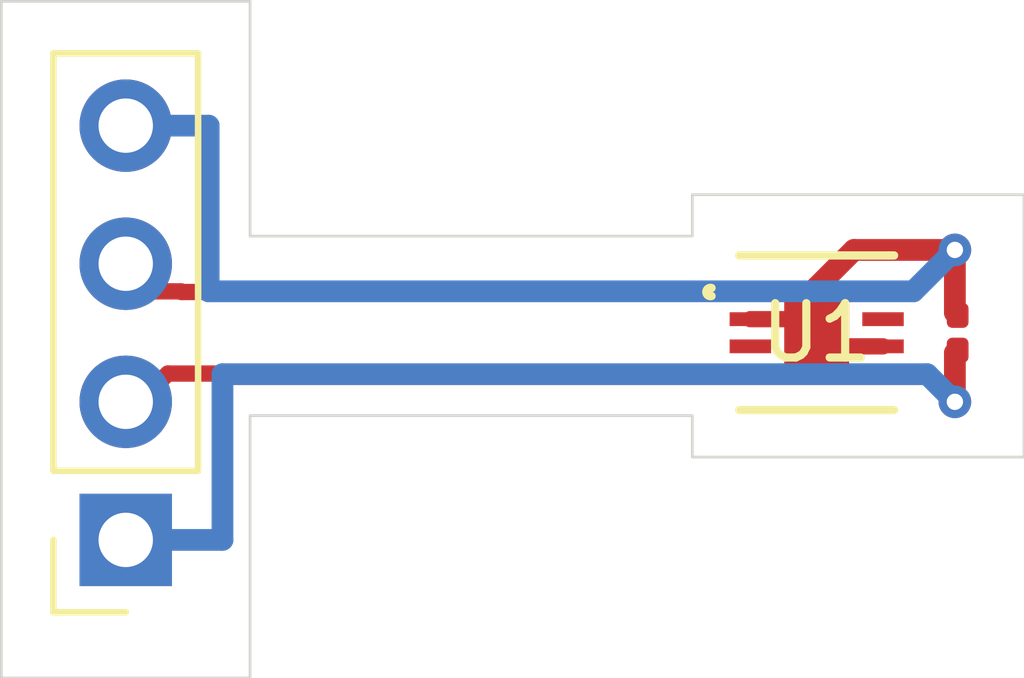
<source format=kicad_pcb>
(kicad_pcb (version 20240108) (generator "pcbnew") (generator_version "8.0")
  (layers (0 "F.Cu" signal) (31 "B.Cu" signal) (34 "B.Paste" user) (35 "F.Paste" user) (36 "B.SilkS" user "B.Silkscreen") (37 "F.SilkS" user "F.Silkscreen") (38 "B.Mask" user) (39 "F.Mask" user) (44 "Edge.Cuts" user))
  (net 0 "")
  (net 1 "/GND")
  (net 2 "/VDD3.3")
  (net 3 "/SDA")
  (net 4 "/SCL")
  (footprint "Capacitor_SMD:C_0201_0603Metric" (layer "F.Cu") (at 121.9708 90.17 90)
    (property "Reference" "C1" (hide yes))
    (property "Value" "100nF" (hide yes))
    (pad "1" smd roundrect (at -0.32 0 90) (size 0.46 0.4) (layers "F.Cu" "F.Mask") (net 2 "/VDD3.3"))
    (pad "2" smd roundrect (at 0.32 0 90) (size 0.46 0.4) (layers "F.Cu" "F.Mask") (net 1 "/GND"))
  )
  (footprint "Connector_PinSocket_2.54mm:PinSocket_1x04_P2.54mm_Vertical" (layer "F.Cu") (at 106.68 93.98 180)
    (property "Reference" "J2" (hide yes))
    (property "Value" "Conn_01x04_Pin" (hide yes))
    (fp_line (start 1.33 1.27) (end 1.33 8.95) (stroke (width 0.12)) (layer "F.SilkS"))
    (fp_line (start 1.33 -1.33) (end 1.33 0) (stroke (width 0.12)) (layer "F.SilkS"))
    (fp_line (start 0 -1.33) (end 1.33 -1.33) (stroke (width 0.12)) (layer "F.SilkS"))
    (fp_line (start -1.33 8.95) (end 1.33 8.95) (stroke (width 0.12)) (layer "F.SilkS"))
    (fp_line (start -1.33 1.27) (end 1.33 1.27) (stroke (width 0.12)) (layer "F.SilkS"))
    (fp_line (start -1.33 1.27) (end -1.33 8.95) (stroke (width 0.12)) (layer "F.SilkS"))
    (pad "1" thru_hole rect (at 0 0 180) (size 1.7 1.7) (drill 1) (layers "*.Cu" "*.Mask") (net 2 "/VDD3.3"))
    (pad "2" thru_hole oval (at 0 2.54 180) (size 1.7 1.7) (drill 1) (layers "*.Cu" "*.Mask") (net 4 "/SCL"))
    (pad "3" thru_hole oval (at 0 5.08 180) (size 1.7 1.7) (drill 1) (layers "*.Cu" "*.Mask") (net 3 "/SDA"))
    (pad "4" thru_hole oval (at 0 7.62 180) (size 1.7 1.7) (drill 1) (layers "*.Cu" "*.Mask") (net 1 "/GND"))
  )
  (footprint "digikey-footprints:STS3x-DIS_SEN" (layer "F.Cu") (at 119.38 90.17)
    (property "Reference" "U1" (at 0 0 0) (layer "F.SilkS"))
    (property "Value" "STS35-DIS" (hide yes))
    (fp_line (start -1.4224 1.4224) (end 1.4224 1.4224) (stroke (width 0.1524)) (layer "F.SilkS"))
    (fp_line (start 1.4224 -1.4224) (end -1.4224 -1.4224) (stroke (width 0.1524)) (layer "F.SilkS"))
    (fp_arc (start -1.93294 -0.676171) (mid -2.028 -0.75) (end -1.93294 -0.823829) (stroke (width 0.1524)) (layer "F.SilkS"))
    (pad "1" smd rect (at -1.2192 -0.750001) (size 0.762 0.254) (layers "F.Cu" "F.Paste" "F.Mask") (net 3 "/SDA"))
    (pad "2" smd rect (at -1.2192 -0.25) (size 0.762 0.254) (layers "F.Cu" "F.Paste" "F.Mask") (net 1 "/GND"))
    (pad "3" smd rect (at -1.2192 0.25) (size 0.762 0.254) (layers "F.Cu" "F.Paste" "F.Mask"))
    (pad "4" smd rect (at -1.2192 0.750001) (size 0.762 0.254) (layers "F.Cu" "F.Paste" "F.Mask") (net 4 "/SCL"))
    (pad "5" smd rect (at 1.2192 0.750001) (size 0.762 0.254) (layers "F.Cu" "F.Paste" "F.Mask") (net 2 "/VDD3.3"))
    (pad "6" smd rect (at 1.2192 0.25) (size 0.762 0.254) (layers "F.Cu" "F.Paste" "F.Mask") (net 1 "/GND"))
    (pad "7" smd rect (at 1.2192 -0.25) (size 0.762 0.254) (layers "F.Cu" "F.Paste" "F.Mask"))
    (pad "8" smd rect (at 1.2192 -0.750001) (size 0.762 0.254) (layers "F.Cu" "F.Paste" "F.Mask"))
    (pad "9" smd rect (at 0 0) (size 1.1938 1.905) (layers "F.Cu" "F.Paste" "F.Mask") (net 1 "/GND"))
  )
  (gr_line (start 117.094 87.63) (end 117.094 88.392) (stroke (width 0.05)) (layer "Edge.Cuts"))
  (gr_line (start 108.966 84.074) (end 104.394 84.074) (stroke (width 0.05)) (layer "Edge.Cuts"))
  (gr_line (start 108.966 91.694) (end 117.094 91.694) (stroke (width 0.05)) (layer "Edge.Cuts"))
  (gr_line (start 108.966 88.392) (end 108.966 84.074) (stroke (width 0.05)) (layer "Edge.Cuts"))
  (gr_line (start 108.966 96.52) (end 108.966 91.694) (stroke (width 0.05)) (layer "Edge.Cuts"))
  (gr_line (start 117.094 91.694) (end 117.094 92.456) (stroke (width 0.05)) (layer "Edge.Cuts"))
  (gr_line (start 123.19 87.63) (end 117.094 87.63) (stroke (width 0.05)) (layer "Edge.Cuts"))
  (gr_line (start 123.19 92.456) (end 123.19 87.63) (stroke (width 0.05)) (layer "Edge.Cuts"))
  (gr_line (start 104.394 84.074) (end 104.394 96.52) (stroke (width 0.05)) (layer "Edge.Cuts"))
  (gr_line (start 117.094 92.456) (end 123.19 92.456) (stroke (width 0.05)) (layer "Edge.Cuts"))
  (gr_line (start 104.394 96.52) (end 108.966 96.52) (stroke (width 0.05)) (layer "Edge.Cuts"))
  (gr_line (start 117.094 88.392) (end 108.966 88.392) (stroke (width 0.05)) (layer "Edge.Cuts"))
  (segment (start 119.63 90.42) (end 119.38 90.17) (width 0.3) (layer "F.Cu") (net 1))
  (segment (start 121.92 88.646) (end 120.065199 88.646) (width 0.4) (layer "F.Cu") (net 1))
  (segment (start 119.38 90.17) (end 119.13 89.92) (width 0.3) (layer "F.Cu") (net 1))
  (segment (start 121.92 89.7992) (end 121.9708 89.85) (width 0.4) (layer "F.Cu") (net 1))
  (segment (start 119.38 89.331199) (end 119.38 90.17) (width 0.4) (layer "F.Cu") (net 1))
  (segment (start 119.13 89.92) (end 118.1608 89.92) (width 0.3) (layer "F.Cu") (net 1))
  (segment (start 120.5992 90.42) (end 119.63 90.42) (width 0.3) (layer "F.Cu") (net 1))
  (segment (start 121.92 88.646) (end 121.92 89.7992) (width 0.4) (layer "F.Cu") (net 1))
  (segment (start 120.065199 88.646) (end 119.38 89.331199) (width 0.4) (layer "F.Cu") (net 1))
  (segment (start 119.63 90.42) (end 119.8182 90.42) (width 0.4) (layer "F.Cu") (net 1))
  (via (at 121.92 88.646) (size 0.6) (drill 0.3) (layers "F.Cu" "B.Cu") (net 1))
  (segment (start 106.68 86.36) (end 108.204 86.36) (width 0.4) (layer "B.Cu") (net 1))
  (segment (start 108.204 86.36) (end 108.204 89.408) (width 0.4) (layer "B.Cu") (net 1))
  (segment (start 108.204 89.408) (end 121.158 89.408) (width 0.4) (layer "B.Cu") (net 1))
  (segment (start 121.158 89.408) (end 121.92 88.646) (width 0.4) (layer "B.Cu") (net 1))
  (segment (start 120.5992 90.920001) (end 121.400001 90.920001) (width 0.3) (layer "F.Cu") (net 2))
  (segment (start 121.92 90.5408) (end 121.9708 90.49) (width 0.4) (layer "F.Cu") (net 2))
  (segment (start 121.400001 90.920001) (end 121.92 91.44) (width 0.3) (layer "F.Cu") (net 2))
  (segment (start 121.92 91.44) (end 121.92 90.5408) (width 0.4) (layer "F.Cu") (net 2))
  (via (at 121.92 91.44) (size 0.6) (drill 0.3) (layers "F.Cu" "B.Cu") (net 2))
  (segment (start 108.458 93.98) (end 108.458 90.932) (width 0.4) (layer "B.Cu") (net 2))
  (segment (start 121.412 90.932) (end 121.92 91.44) (width 0.4) (layer "B.Cu") (net 2))
  (segment (start 106.68 93.98) (end 108.458 93.98) (width 0.4) (layer "B.Cu") (net 2))
  (segment (start 108.458 90.932) (end 121.412 90.932) (width 0.4) (layer "B.Cu") (net 2))
  (segment (start 106.68 88.9) (end 107.188 89.408) (width 0.3) (layer "F.Cu") (net 3))
  (segment (start 107.707999 89.419999) (end 118.1608 89.419999) (width 0.3) (layer "F.Cu") (net 3))
  (segment (start 107.188 89.408) (end 107.696 89.408) (width 0.3) (layer "F.Cu") (net 3))
  (segment (start 107.696 89.408) (end 107.707999 89.419999) (width 0.3) (layer "F.Cu") (net 3))
  (segment (start 106.934 91.44) (end 107.453999 90.920001) (width 0.3) (layer "F.Cu") (net 4))
  (segment (start 106.68 91.44) (end 106.934 91.44) (width 0.3) (layer "F.Cu") (net 4))
  (segment (start 107.453999 90.920001) (end 118.1608 90.920001) (width 0.3) (layer "F.Cu") (net 4))
)
</source>
